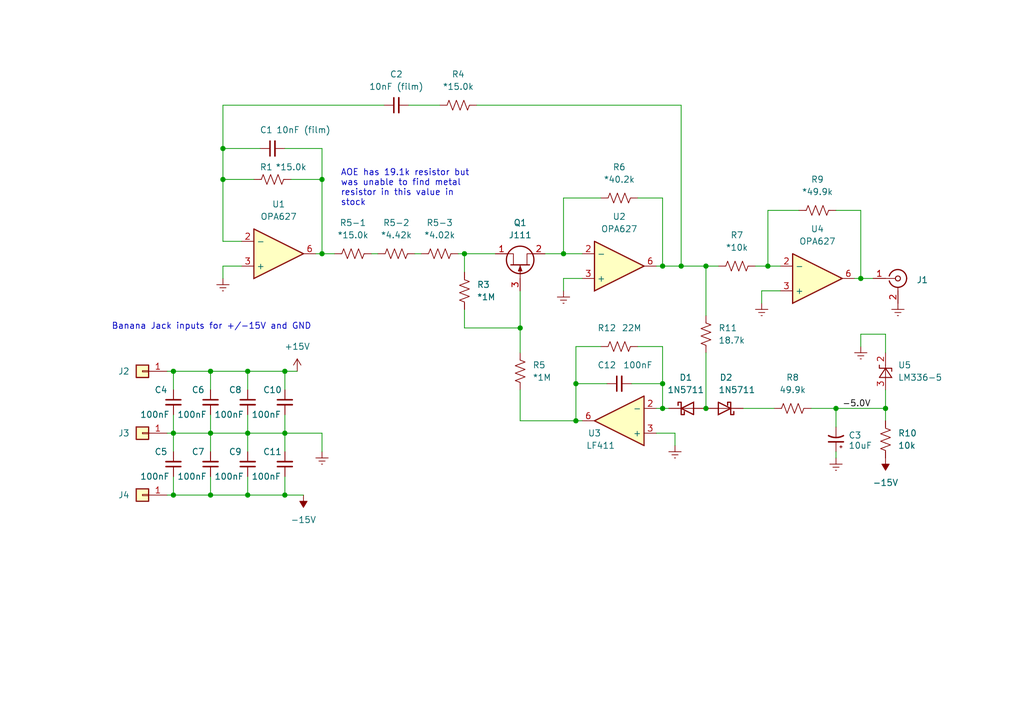
<source format=kicad_sch>
(kicad_sch (version 20211123) (generator eeschema)
  (paper "A5")
  (title_block (title "AOE Wien Bridge Oscillator") (date "2023-06-21") (company "Newell Jensen"))
  (lib_symbols
    (symbol "Connector:Conn_Coaxial" (pin_names (offset 1.016) hide)
      (property "Reference" "J" (at 0.254 3.048 0))
      (property "Value" "Conn_Coaxial" (at 2.921 0 90))
      (symbol "Conn_Coaxial_0_1"
        (arc (start -1.778 -0.508) (mid 0.2311 -1.8066) (end 1.778 0) (stroke (width 0.254)))
        (polyline (pts (xy -2.54 0) (xy -0.508 0)))
        (polyline (pts (xy 0 -2.54) (xy 0 -1.778)))
        (circle (center 0 0) (radius 0.508) (stroke (width 0.2032)))
        (arc (start 1.778 0) (mid 0.2099 1.8101) (end -1.778 0.508) (stroke (width 0.254)))
      )
      (symbol "Conn_Coaxial_1_1"
        (pin passive line (at -5.08 0 0) (length 2.54) (name "In") (number "1"))
        (pin passive line (at 0 -5.08 90) (length 2.54) (name "Ext") (number "2"))
      )
    )
    (symbol "Connector_Generic:Conn_01x01" (pin_names (offset 1.016) hide)
      (property "Reference" "J" (at 0 2.54 0))
      (property "Value" "Conn_01x01" (at 0 -2.54 0))
      (symbol "Conn_01x01_1_1"
        (rectangle (start -1.27 0.127) (end 0 -0.127) (stroke (width 0.1524)))
        (rectangle (start -1.27 1.27) (end 1.27 -1.27) (stroke (width 0.254)) (fill (type background)))
        (pin passive line (at -5.08 0 0) (length 3.81) (name "Pin_1") (number "1"))
      )
    )
    (symbol "Device:C_Polarized_Small_US" (pin_numbers hide) (pin_names (offset 0.254) hide)
      (property "Reference" "C" (at 0.254 1.778 0))
      (property "Value" "C_Polarized_Small_US" (at 0.254 -2.032 0))
      (symbol "C_Polarized_Small_US_0_1"
        (polyline (pts (xy -1.524 0.508) (xy 1.524 0.508)) (stroke (width 0.3048)))
        (polyline (pts (xy -1.27 1.524) (xy -0.762 1.524)))
        (polyline (pts (xy -1.016 1.27) (xy -1.016 1.778)))
        (arc (start 1.524 -0.762) (mid 0 -0.3734) (end -1.524 -0.762) (stroke (width 0.3048)))
      )
      (symbol "C_Polarized_Small_US_1_1"
        (pin passive line (at 0 2.54 270) (length 2.032) (name "~") (number "1"))
        (pin passive line (at 0 -2.54 90) (length 2.032) (name "~") (number "2"))
      )
    )
    (symbol "Device:C_Small" (pin_numbers hide) (pin_names (offset 0.254) hide)
      (property "Reference" "C" (at 0.254 1.778 0))
      (property "Value" "C_Small" (at 0.254 -2.032 0))
      (symbol "C_Small_0_1"
        (polyline (pts (xy -1.524 -0.508) (xy 1.524 -0.508)) (stroke (width 0.3302)))
        (polyline (pts (xy -1.524 0.508) (xy 1.524 0.508)) (stroke (width 0.3048)))
      )
      (symbol "C_Small_1_1"
        (pin passive line (at 0 2.54 270) (length 2.032) (name "~") (number "1"))
        (pin passive line (at 0 -2.54 90) (length 2.032) (name "~") (number "2"))
      )
    )
    (symbol "Device:D_Schottky" (pin_numbers hide) (pin_names (offset 1.016) hide)
      (property "Reference" "D" (at 0 2.54 0))
      (property "Value" "D_Schottky" (at 0 -2.54 0))
      (symbol "D_Schottky_0_1"
        (polyline (pts (xy 1.27 0) (xy -1.27 0)))
        (polyline (pts (xy 1.27 1.27) (xy 1.27 -1.27) (xy -1.27 0) (xy 1.27 1.27)) (stroke (width 0.254)))
        (polyline (pts (xy -1.905 0.635) (xy -1.905 1.27) (xy -1.27 1.27) (xy -1.27 -1.27) (xy -0.635 -1.27) (xy -0.635 -0.635)) (stroke (width 0.254)))
      )
      (symbol "D_Schottky_1_1"
        (pin passive line (at -3.81 0 0) (length 2.54) (name "K") (number "1"))
        (pin passive line (at 3.81 0 180) (length 2.54) (name "A") (number "2"))
      )
    )
    (symbol "Device:R_US" (pin_numbers hide) (pin_names (offset 0))
      (property "Reference" "R" (at 2.54 0 90))
      (property "Value" "R_US" (at -2.54 0 90))
      (symbol "R_US_0_1"
        (polyline (pts (xy 0 -2.286) (xy 0 -2.54)))
        (polyline (pts (xy 0 2.286) (xy 0 2.54)))
        (polyline (pts (xy 0 -0.762) (xy 1.016 -1.143) (xy 0 -1.524) (xy -1.016 -1.905) (xy 0 -2.286)))
        (polyline (pts (xy 0 0.762) (xy 1.016 0.381) (xy 0 0) (xy -1.016 -0.381) (xy 0 -0.762)))
        (polyline (pts (xy 0 2.286) (xy 1.016 1.905) (xy 0 1.524) (xy -1.016 1.143) (xy 0 0.762)))
      )
      (symbol "R_US_1_1"
        (pin passive line (at 0 3.81 270) (length 1.27) (name "~") (number "1"))
        (pin passive line (at 0 -3.81 90) (length 1.27) (name "~") (number "2"))
      )
    )
    (symbol "LF411_1"
      (property "Reference" "U" (at 2.54 6.35 0))
      (property "Value" "LF411_1" (at 3.81 3.81 0))
      (symbol "LF411_1_0_1"
        (polyline (pts (xy -5.08 5.08) (xy 5.08 0) (xy -5.08 -5.08) (xy -5.08 5.08)) (stroke (width 0.254)) (fill (type background)))
      )
      (symbol "LF411_1_1_1"
        (pin input line (at -7.62 -2.54 0) (length 2.54) (name "-") (number "2"))
        (pin input line (at -7.62 2.54 0) (length 2.54) (name "+") (number "3"))
        (pin output line (at 7.62 0 180) (length 2.54) (name "~") (number "6"))
      )
    )
    (symbol "Transistor_FET:MMBFJ111" (pin_names hide)
      (property "Reference" "Q" (at 5.08 1.905 0))
      (property "Value" "MMBFJ111" (at 5.08 0 0))
      (symbol "MMBFJ111_0_1"
        (polyline (pts (xy 0.254 0) (xy -2.54 0)))
        (polyline (pts (xy 0.254 1.905) (xy 0.254 -1.905)) (stroke (width 0.254)))
        (polyline (pts (xy 2.54 -2.54) (xy 2.54 -1.397) (xy 0.254 -1.397)))
        (polyline (pts (xy 2.54 2.54) (xy 2.54 1.397) (xy 0.254 1.397)))
        (polyline (pts (xy 0 0) (xy -1.016 0.381) (xy -1.016 -0.381) (xy 0 0)) (fill (type outline)))
        (circle (center 1.27 0) (radius 2.8194) (stroke (width 0.254)))
      )
      (symbol "MMBFJ111_1_1"
        (pin passive line (at 2.54 5.08 270) (length 2.54) (name "D") (number "1"))
        (pin passive line (at 2.54 -5.08 90) (length 2.54) (name "S") (number "2"))
        (pin input line (at -5.08 0 0) (length 2.54) (name "G") (number "3"))
      )
    )
    (symbol "aoe-wien-bridge-lib:LM336-5" (pin_names hide)
      (property "Reference" "U" (at 0 5.08 0))
      (property "Value" "LM336-5" (at 3.81 2.54 0))
      (symbol "LM336-5_0_1"
        (polyline (pts (xy -1.27 0) (xy 0 0) (xy 1.27 0)))
        (polyline (pts (xy -1.27 -1.27) (xy 0.635 0) (xy -1.27 1.27) (xy -1.27 -1.27)) (stroke (width 0.2032)))
        (polyline (pts (xy 0 -1.27) (xy 0.635 -1.27) (xy 0.635 1.27) (xy 1.27 1.27)) (stroke (width 0.2032)))
      )
      (symbol "LM336-5_1_1"
        (pin passive line (at 3.81 0 180) (length 2.54) (name "K") (number "2"))
        (pin passive line (at -3.81 0 0) (length 2.54) (name "A") (number "3"))
      )
    )
    (symbol "aoe-wien-bridge-lib:OPA627"
      (property "Reference" "U" (at 2.54 6.35 0))
      (property "Value" "OPA627" (at 5.08 3.81 0))
      (symbol "OPA627_1_1"
        (polyline (pts (xy -3.81 5.08) (xy 6.35 0) (xy -3.81 -5.08) (xy -3.81 5.08)) (stroke (width 0.254)) (fill (type background)))
        (pin input line (at -6.35 -2.54 0) (length 2.54) (name "-") (number "2"))
        (pin input line (at -6.35 2.54 0) (length 2.54) (name "+") (number "3"))
        (pin output line (at 8.89 0 180) (length 2.54) (name "~") (number "6"))
      )
    )
    (symbol "power:+15V" (power) (pin_names (offset 0))
      (property "Value" "+15V" (at 0 3.556 0))
      (symbol "+15V_0_1"
        (polyline (pts (xy -0.762 1.27) (xy 0 2.54)))
        (polyline (pts (xy 0 0) (xy 0 2.54)))
        (polyline (pts (xy 0 2.54) (xy 0.762 1.27)))
      )
      (symbol "+15V_1_1"
        (pin power_in line (at 0 0 90) (length 0) hide (name "+15V") (number "1"))
      )
    )
    (symbol "power:-15V" (power) (pin_names (offset 0))
      (property "Value" "-15V" (at 0 3.81 0))
      (symbol "-15V_0_0"
        (pin power_in line (at 0 0 90) (length 0) hide (name "-15V") (number "1"))
      )
      (symbol "-15V_0_1"
        (polyline (pts (xy 0 0) (xy 0 1.27) (xy 0.762 1.27) (xy 0 2.54) (xy -0.762 1.27) (xy 0 1.27)) (fill (type outline)))
      )
    )
    (symbol "power:GNDREF" (power) (pin_names (offset 0))
      (property "Value" "GNDREF" (at 0 -3.81 0))
      (symbol "GNDREF_0_1"
        (polyline (pts (xy -0.635 -1.905) (xy 0.635 -1.905)))
        (polyline (pts (xy -0.127 -2.54) (xy 0.127 -2.54)))
        (polyline (pts (xy 0 -1.27) (xy 0 0)))
        (polyline (pts (xy 1.27 -1.27) (xy -1.27 -1.27)))
      )
      (symbol "GNDREF_1_1"
        (pin power_in line (at 0 0 270) (length 0) hide (name "GNDREF") (number "1"))
      )
    )
  )
  (junction (at 176.53 57.15))
  (junction (at 43.18 76.2))
  (junction (at 135.89 54.61))
  (junction (at 157.48 54.61))
  (junction (at 45.72 36.83))
  (junction (at 58.42 101.6))
  (junction (at 50.8 101.6))
  (junction (at 144.78 83.82))
  (junction (at 135.89 78.74))
  (junction (at 106.68 67.31))
  (junction (at 43.18 88.9))
  (junction (at 181.61 83.82))
  (junction (at 66.04 36.83))
  (junction (at 118.11 86.36))
  (junction (at 50.8 76.2))
  (junction (at 50.8 88.9))
  (junction (at 58.42 88.9))
  (junction (at 45.72 30.48))
  (junction (at 35.56 76.2))
  (junction (at 144.78 54.61))
  (junction (at 35.56 88.9))
  (junction (at 139.7 54.61))
  (junction (at 115.57 52.07))
  (junction (at 171.45 83.82))
  (junction (at 135.89 83.82))
  (junction (at 118.11 78.74))
  (junction (at 95.25 52.07))
  (junction (at 66.04 52.07))
  (junction (at 35.56 101.6))
  (junction (at 58.42 76.2))
  (junction (at 43.18 101.6))
  (wire (pts (xy 50.8 88.9) (xy 50.8 92.71)))
  (wire (pts (xy 95.25 63.5) (xy 95.25 67.31)))
  (wire (pts (xy 156.21 59.69) (xy 160.02 59.69)))
  (wire (pts (xy 58.42 85.09) (xy 58.42 88.9)))
  (wire (pts (xy 43.18 76.2) (xy 43.18 80.01)))
  (wire (pts (xy 35.56 85.09) (xy 35.56 88.9)))
  (wire (pts (xy 144.78 54.61) (xy 147.32 54.61)))
  (wire (pts (xy 50.8 76.2) (xy 50.8 80.01)))
  (wire (pts (xy 115.57 40.64) (xy 115.57 52.07)))
  (wire (pts (xy 144.78 72.39) (xy 144.78 83.82)))
  (wire (pts (xy 95.25 52.07) (xy 95.25 55.88)))
  (wire (pts (xy 58.42 76.2) (xy 58.42 80.01)))
  (wire (pts (xy 171.45 43.18) (xy 176.53 43.18)))
  (wire (pts (xy 135.89 54.61) (xy 139.7 54.61)))
  (wire (pts (xy 34.29 101.6) (xy 35.56 101.6)))
  (wire (pts (xy 106.68 67.31) (xy 106.68 72.39)))
  (wire (pts (xy 35.56 88.9) (xy 34.29 88.9)))
  (wire (pts (xy 138.43 88.9) (xy 138.43 91.44)))
  (wire (pts (xy 43.18 88.9) (xy 43.18 92.71)))
  (wire (pts (xy 129.54 78.74) (xy 135.89 78.74)))
  (wire (pts (xy 123.19 40.64) (xy 115.57 40.64)))
  (wire (pts (xy 181.61 86.36) (xy 181.61 83.82)))
  (wire (pts (xy 139.7 21.59) (xy 139.7 54.61)))
  (wire (pts (xy 144.78 54.61) (xy 144.78 64.77)))
  (wire (pts (xy 93.98 52.07) (xy 95.25 52.07)))
  (wire (pts (xy 45.72 57.15) (xy 45.72 54.61)))
  (wire (pts (xy 66.04 36.83) (xy 66.04 52.07)))
  (wire (pts (xy 35.56 88.9) (xy 43.18 88.9)))
  (wire (pts (xy 171.45 92.71) (xy 171.45 93.98)))
  (wire (pts (xy 62.23 101.6) (xy 58.42 101.6)))
  (wire (pts (xy 176.53 57.15) (xy 179.07 57.15)))
  (wire (pts (xy 135.89 83.82) (xy 137.16 83.82)))
  (wire (pts (xy 123.19 71.12) (xy 118.11 71.12)))
  (wire (pts (xy 66.04 88.9) (xy 58.42 88.9)))
  (wire (pts (xy 66.04 92.71) (xy 66.04 88.9)))
  (wire (pts (xy 35.56 88.9) (xy 35.56 92.71)))
  (wire (pts (xy 134.62 88.9) (xy 138.43 88.9)))
  (wire (pts (xy 106.68 59.69) (xy 106.68 67.31)))
  (wire (pts (xy 95.25 52.07) (xy 101.6 52.07)))
  (wire (pts (xy 111.76 52.07) (xy 115.57 52.07)))
  (wire (pts (xy 60.96 76.2) (xy 58.42 76.2)))
  (wire (pts (xy 181.61 83.82) (xy 171.45 83.82)))
  (wire (pts (xy 50.8 76.2) (xy 58.42 76.2)))
  (wire (pts (xy 66.04 30.48) (xy 66.04 36.83)))
  (wire (pts (xy 106.68 86.36) (xy 118.11 86.36)))
  (wire (pts (xy 157.48 43.18) (xy 157.48 54.61)))
  (wire (pts (xy 35.56 76.2) (xy 35.56 80.01)))
  (wire (pts (xy 45.72 49.53) (xy 45.72 36.83)))
  (wire (pts (xy 135.89 71.12) (xy 135.89 78.74)))
  (wire (pts (xy 135.89 40.64) (xy 135.89 54.61)))
  (wire (pts (xy 166.37 83.82) (xy 171.45 83.82)))
  (wire (pts (xy 118.11 71.12) (xy 118.11 78.74)))
  (wire (pts (xy 43.18 101.6) (xy 50.8 101.6)))
  (wire (pts (xy 58.42 88.9) (xy 58.42 92.71)))
  (wire (pts (xy 171.45 83.82) (xy 171.45 87.63)))
  (wire (pts (xy 53.34 30.48) (xy 45.72 30.48)))
  (wire (pts (xy 176.53 71.12) (xy 176.53 68.58)))
  (wire (pts (xy 134.62 83.82) (xy 135.89 83.82)))
  (wire (pts (xy 76.2 52.07) (xy 77.47 52.07)))
  (wire (pts (xy 35.56 101.6) (xy 35.56 97.79)))
  (wire (pts (xy 181.61 80.01) (xy 181.61 83.82)))
  (wire (pts (xy 115.57 52.07) (xy 119.38 52.07)))
  (wire (pts (xy 181.61 68.58) (xy 181.61 72.39)))
  (wire (pts (xy 154.94 54.61) (xy 157.48 54.61)))
  (wire (pts (xy 157.48 54.61) (xy 160.02 54.61)))
  (wire (pts (xy 43.18 101.6) (xy 43.18 97.79)))
  (wire (pts (xy 152.4 83.82) (xy 158.75 83.82)))
  (wire (pts (xy 35.56 76.2) (xy 34.29 76.2)))
  (wire (pts (xy 115.57 57.15) (xy 119.38 57.15)))
  (wire (pts (xy 43.18 88.9) (xy 50.8 88.9)))
  (wire (pts (xy 50.8 101.6) (xy 50.8 97.79)))
  (wire (pts (xy 163.83 43.18) (xy 157.48 43.18)))
  (wire (pts (xy 176.53 68.58) (xy 181.61 68.58)))
  (wire (pts (xy 130.81 71.12) (xy 135.89 71.12)))
  (wire (pts (xy 35.56 76.2) (xy 43.18 76.2)))
  (wire (pts (xy 49.53 49.53) (xy 45.72 49.53)))
  (wire (pts (xy 50.8 88.9) (xy 58.42 88.9)))
  (wire (pts (xy 58.42 101.6) (xy 58.42 97.79)))
  (wire (pts (xy 64.77 52.07) (xy 66.04 52.07)))
  (wire (pts (xy 85.09 52.07) (xy 86.36 52.07)))
  (wire (pts (xy 43.18 85.09) (xy 43.18 88.9)))
  (wire (pts (xy 135.89 54.61) (xy 134.62 54.61)))
  (wire (pts (xy 118.11 78.74) (xy 118.11 86.36)))
  (wire (pts (xy 156.21 62.23) (xy 156.21 59.69)))
  (wire (pts (xy 35.56 101.6) (xy 43.18 101.6)))
  (wire (pts (xy 50.8 101.6) (xy 58.42 101.6)))
  (wire (pts (xy 50.8 85.09) (xy 50.8 88.9)))
  (wire (pts (xy 78.74 21.59) (xy 45.72 21.59)))
  (wire (pts (xy 95.25 67.31) (xy 106.68 67.31)))
  (wire (pts (xy 118.11 86.36) (xy 119.38 86.36)))
  (wire (pts (xy 45.72 54.61) (xy 49.53 54.61)))
  (wire (pts (xy 45.72 30.48) (xy 45.72 36.83)))
  (wire (pts (xy 45.72 21.59) (xy 45.72 30.48)))
  (wire (pts (xy 58.42 30.48) (xy 66.04 30.48)))
  (wire (pts (xy 43.18 76.2) (xy 50.8 76.2)))
  (wire (pts (xy 139.7 54.61) (xy 144.78 54.61)))
  (wire (pts (xy 130.81 40.64) (xy 135.89 40.64)))
  (wire (pts (xy 176.53 57.15) (xy 176.53 43.18)))
  (wire (pts (xy 106.68 80.01) (xy 106.68 86.36)))
  (wire (pts (xy 66.04 52.07) (xy 68.58 52.07)))
  (wire (pts (xy 115.57 59.69) (xy 115.57 57.15)))
  (wire (pts (xy 45.72 36.83) (xy 52.07 36.83)))
  (wire (pts (xy 59.69 36.83) (xy 66.04 36.83)))
  (wire (pts (xy 97.79 21.59) (xy 139.7 21.59)))
  (wire (pts (xy 124.46 78.74) (xy 118.11 78.74)))
  (wire (pts (xy 175.26 57.15) (xy 176.53 57.15)))
  (wire (pts (xy 135.89 78.74) (xy 135.89 83.82)))
  (wire (pts (xy 83.82 21.59) (xy 90.17 21.59)))
  (text "AOE has 19.1k resistor but\nwas unable to find metal\nresistor in this value in\nstock\n\n" (at 69.85 44.45 0) (effects (font (size 1.27 1.27)) (justify left bottom)))
  (text "Banana Jack inputs for +/-15V and GND\n\n" (at 22.86 69.85 0) (effects (font (size 1.27 1.27)) (justify left bottom)))
  (label "-5.0V" (at 172.72 83.82 0))
  (symbol (lib_id "Device:R_US") (at 127 71.12 90) (unit 1)
    (property "Reference" "R12" (at 124.46 67.31 90))
    (property "Value" "22M" (at 129.54 67.31 90))
    (property "Footprint" "Resistor_SMD:R_0805_2012Metric" (effects hide))
  )
  (symbol (lib_id "power:GNDREF") (at 156.21 62.23 0) (unit 1)
    (property "Reference" "#PWR04" (effects hide))
    (property "Value" "GNDREF" (effects hide))
  )
  (symbol (lib_id "Device:R_US") (at 127 40.64 90) (unit 1)
    (property "Reference" "R6" (at 127 34.29 90))
    (property "Value" "*40.2k" (at 127 36.83 90))
    (property "Footprint" "Resistor_SMD:R_0805_2012Metric" (effects hide))
  )
  (symbol (lib_id "aoe-wien-bridge-lib:LM336-5") (at 181.61 76.2 90) (unit 1)
    (property "Reference" "U5" (at 184.15 74.9299 90) (effects (justify right)))
    (property "Value" "LM336-5" (at 184.15 77.4699 90) (effects (justify right)))
    (property "Footprint" "Package_TO_SOT_THT:TO-92L_Inline" (effects hide))
    (property "Datasheet" "https://www.ti.com/lit/ds/symlink/lm136-5.0.pdf" (effects hide))
  )
  (symbol (lib_id "Device:R_US") (at 90.17 52.07 90) (unit 1)
    (property "Reference" "R5-3" (at 90.17 45.72 90))
    (property "Value" "*4.02k" (at 90.17 48.26 90))
    (property "Footprint" "Resistor_SMD:R_0805_2012Metric" (effects hide))
  )
  (symbol (lib_id "aoe-wien-bridge-lib:OPA627") (at 55.88 52.07 0) (mirror x) (unit 1)
    (property "Reference" "U1" (at 57.15 41.91 0))
    (property "Value" "OPA627" (at 57.15 44.45 0))
    (property "Footprint" "Package_SO:SOIC-8_3.9x4.9mm_P1.27mm" (effects hide))
    (property "Datasheet" "https://www.ti.com/lit/ds/symlink/opa627.pdf" (effects hide))
  )
  (symbol (lib_id "power:GNDREF") (at 184.15 62.23 0) (unit 1)
    (property "Reference" "#PWR08" (effects hide))
    (property "Value" "GNDREF" (effects hide))
  )
  (symbol (lib_id "Connector_Generic:Conn_01x01") (at 29.21 76.2 0) (mirror y) (unit 1)
    (property "Reference" "J2" (at 25.4 76.2 0))
    (property "Value" "Conn_01x01" (effects hide))
    (property "Footprint" "Connector_Wire:SolderWire-0.25sqmm_1x01_D0.65mm_OD2mm" (effects hide))
  )
  (symbol (lib_id "Device:C_Small") (at 50.8 95.25 0) (mirror x) (unit 1)
    (property "Reference" "C9" (at 48.26 92.71 0))
    (property "Value" "100nF" (at 46.99 97.79 0))
    (property "Footprint" "Capacitor_SMD:C_0805_2012Metric" (effects hide))
  )
  (symbol (lib_id "Device:C_Small") (at 58.42 82.55 0) (mirror y) (unit 1)
    (property "Reference" "C10" (at 55.88 80.01 0))
    (property "Value" "100nF" (at 54.61 85.09 0))
    (property "Footprint" "Capacitor_SMD:C_0805_2012Metric" (effects hide))
  )
  (symbol (lib_id "power:-15V") (at 62.23 101.6 180) (unit 1)
    (property "Reference" "#PWR011" (effects hide))
    (property "Value" "-15V" (at 62.23 106.68 0))
  )
  (symbol (lib_id "Device:C_Small") (at 35.56 95.25 0) (mirror x) (unit 1)
    (property "Reference" "C5" (at 33.02 92.71 0))
    (property "Value" "100nF" (at 31.75 97.79 0))
    (property "Footprint" "Capacitor_SMD:C_0805_2012Metric" (effects hide))
  )
  (symbol (lib_id "Device:D_Schottky") (at 140.97 83.82 0) (unit 1)
    (property "Reference" "D1" (at 140.6525 77.47 0))
    (property "Value" "1N5711" (at 140.6525 80.01 0))
    (property "Footprint" "Diode_THT:D_DO-35_SOD27_P10.16mm_Horizontal" (effects hide))
  )
  (symbol (lib_name "LF411_1") (lib_id "aoe-wien-bridge-lib:LF411") (at 127 86.36 180) (unit 1)
    (property "Reference" "U3" (at 121.92 88.9 0))
    (property "Value" "LF411" (at 123.19 91.44 0))
    (property "Footprint" "Package_DIP:DIP-8_W10.16mm_LongPads" (effects hide))
    (property "Datasheet" "https://www.ti.com/lit/ds/symlink/lf411.pdf" (effects hide))
  )
  (symbol (lib_id "Device:R_US") (at 93.98 21.59 90) (unit 1)
    (property "Reference" "R4" (at 93.98 15.24 90))
    (property "Value" "*15.0k" (at 93.98 17.78 90))
    (property "Footprint" "Resistor_SMD:R_0805_2012Metric" (effects hide))
  )
  (symbol (lib_id "power:-15V") (at 181.61 93.98 180) (unit 1)
    (property "Reference" "#PWR07" (effects hide))
    (property "Value" "-15V" (at 181.61 99.06 0))
  )
  (symbol (lib_id "aoe-wien-bridge-lib:OPA627") (at 166.37 57.15 0) (mirror x) (unit 1)
    (property "Reference" "U4" (at 167.64 46.99 0))
    (property "Value" "OPA627" (at 167.64 49.53 0))
    (property "Footprint" "Package_SO:SOIC-8_3.9x4.9mm_P1.27mm" (effects hide))
    (property "Datasheet" "https://www.ti.com/lit/ds/symlink/opa627.pdf" (effects hide))
  )
  (symbol (lib_id "Device:C_Small") (at 50.8 82.55 0) (mirror y) (unit 1)
    (property "Reference" "C8" (at 48.26 80.01 0))
    (property "Value" "100nF" (at 46.99 85.09 0))
    (property "Footprint" "Capacitor_SMD:C_0805_2012Metric" (effects hide))
  )
  (symbol (lib_id "Device:R_US") (at 151.13 54.61 90) (unit 1)
    (property "Reference" "R7" (at 151.13 48.26 90))
    (property "Value" "*10k" (at 151.13 50.8 90))
    (property "Footprint" "Resistor_SMD:R_0805_2012Metric" (effects hide))
  )
  (symbol (lib_id "power:GNDREF") (at 66.04 92.71 0) (unit 1)
    (property "Reference" "#PWR010" (effects hide))
    (property "Value" "GNDREF" (effects hide))
  )
  (symbol (lib_id "Transistor_FET:MMBFJ111") (at 106.68 54.61 90) (unit 1)
    (property "Reference" "Q1" (at 106.68 45.72 90))
    (property "Value" "J111" (at 106.68 48.26 90))
    (property "Footprint" "Package_TO_SOT_THT:TO-92L_Inline" (effects hide))
    (property "Datasheet" "https://www.onsemi.com/pub/Collateral/MMBFJ113-D.PDF" (effects hide))
  )
  (symbol (lib_id "Device:C_Polarized_Small_US") (at 171.45 90.17 180) (unit 1)
    (property "Reference" "C3" (at 173.99 89.3317 0) (effects (justify right)))
    (property "Value" "10uF" (at 173.99 91.44 0) (effects (justify right)))
    (property "Footprint" "Capacitor_THT:CP_Radial_D5.0mm_P2.50mm" (effects hide))
  )
  (symbol (lib_id "Device:R_US") (at 167.64 43.18 90) (unit 1)
    (property "Reference" "R9" (at 167.64 36.83 90))
    (property "Value" "*49.9k" (at 167.64 39.37 90))
    (property "Footprint" "Resistor_SMD:R_0805_2012Metric" (effects hide))
  )
  (symbol (lib_id "power:GNDREF") (at 176.53 71.12 0) (unit 1)
    (property "Reference" "#PWR06" (effects hide))
    (property "Value" "GNDREF" (effects hide))
  )
  (symbol (lib_id "aoe-wien-bridge-lib:OPA627") (at 125.73 54.61 0) (mirror x) (unit 1)
    (property "Reference" "U2" (at 127 44.45 0))
    (property "Value" "OPA627" (at 127 46.99 0))
    (property "Footprint" "Package_SO:SOIC-8_3.9x4.9mm_P1.27mm" (effects hide))
    (property "Datasheet" "https://www.ti.com/lit/ds/symlink/opa627.pdf" (effects hide))
  )
  (symbol (lib_id "Device:C_Small") (at 43.18 82.55 0) (mirror y) (unit 1)
    (property "Reference" "C6" (at 40.64 80.01 0))
    (property "Value" "100nF" (at 39.37 85.09 0))
    (property "Footprint" "Capacitor_SMD:C_0805_2012Metric" (effects hide))
  )
  (symbol (lib_id "Device:C_Small") (at 55.88 30.48 90) (unit 1)
    (property "Reference" "C1" (at 54.61 26.67 90))
    (property "Value" "10nF (film)" (at 62.23 26.67 90))
    (property "Footprint" "Capacitor_SMD:C_0805_2012Metric" (effects hide))
  )
  (symbol (lib_id "Device:R_US") (at 81.28 52.07 90) (unit 1)
    (property "Reference" "R5-2" (at 81.28 45.72 90))
    (property "Value" "*4.42k" (at 81.28 48.26 90))
    (property "Footprint" "Resistor_SMD:R_0805_2012Metric" (effects hide))
  )
  (symbol (lib_id "Connector_Generic:Conn_01x01") (at 29.21 101.6 0) (mirror y) (unit 1)
    (property "Reference" "J4" (at 25.4 101.6 0))
    (property "Value" "Conn_01x01" (effects hide))
    (property "Footprint" "Connector_Wire:SolderWire-0.25sqmm_1x01_D0.65mm_OD2mm" (effects hide))
  )
  (symbol (lib_id "Device:R_US") (at 55.88 36.83 90) (unit 1)
    (property "Reference" "R1" (at 54.61 34.29 90))
    (property "Value" "*15.0k" (at 59.69 34.29 90))
    (property "Footprint" "Resistor_SMD:R_0805_2012Metric" (effects hide))
  )
  (symbol (lib_id "power:GNDREF") (at 45.72 57.15 0) (unit 1)
    (property "Reference" "#PWR01" (effects hide))
    (property "Value" "GNDREF" (effects hide))
  )
  (symbol (lib_id "Device:C_Small") (at 58.42 95.25 0) (mirror x) (unit 1)
    (property "Reference" "C11" (at 55.88 92.71 0))
    (property "Value" "100nF" (at 54.61 97.79 0))
    (property "Footprint" "Capacitor_SMD:C_0805_2012Metric" (effects hide))
  )
  (symbol (lib_id "Device:R_US") (at 95.25 59.69 0) (unit 1)
    (property "Reference" "R3" (at 97.79 58.4199 0) (effects (justify left)))
    (property "Value" "*1M" (at 97.79 60.9599 0) (effects (justify left)))
    (property "Footprint" "Resistor_SMD:R_0805_2012Metric" (effects hide))
  )
  (symbol (lib_id "Device:R_US") (at 181.61 90.17 0) (unit 1)
    (property "Reference" "R10" (at 184.15 88.8999 0) (effects (justify left)))
    (property "Value" "10k" (at 184.15 91.4399 0) (effects (justify left)))
    (property "Footprint" "Resistor_SMD:R_0805_2012Metric" (effects hide))
  )
  (symbol (lib_id "Device:R_US") (at 106.68 76.2 0) (unit 1)
    (property "Reference" "R5" (at 109.22 74.9299 0) (effects (justify left)))
    (property "Value" "*1M" (at 109.22 77.4699 0) (effects (justify left)))
    (property "Footprint" "Resistor_SMD:R_0805_2012Metric" (effects hide))
  )
  (symbol (lib_id "power:GNDREF") (at 171.45 93.98 0) (unit 1)
    (property "Reference" "#PWR05" (effects hide))
    (property "Value" "GNDREF" (effects hide))
  )
  (symbol (lib_id "power:GNDREF") (at 138.43 91.44 0) (unit 1)
    (property "Reference" "#PWR03" (effects hide))
    (property "Value" "GNDREF" (effects hide))
  )
  (symbol (lib_id "Connector_Generic:Conn_01x01") (at 29.21 88.9 0) (mirror y) (unit 1)
    (property "Reference" "J3" (at 25.4 88.9 0))
    (property "Value" "Conn_01x01" (effects hide))
    (property "Footprint" "Connector_Wire:SolderWire-0.25sqmm_1x01_D0.65mm_OD2mm" (effects hide))
  )
  (symbol (lib_id "Device:C_Small") (at 81.28 21.59 90) (unit 1)
    (property "Reference" "C2" (at 81.2863 15.24 90))
    (property "Value" "10nF (film)" (at 81.2863 17.78 90))
    (property "Footprint" "Capacitor_SMD:C_0805_2012Metric" (effects hide))
  )
  (symbol (lib_id "power:+15V") (at 60.96 76.2 0) (unit 1)
    (property "Reference" "#PWR09" (effects hide))
    (property "Value" "+15V" (at 60.96 71.12 0))
  )
  (symbol (lib_id "Device:C_Small") (at 35.56 82.55 0) (mirror y) (unit 1)
    (property "Reference" "C4" (at 33.02 80.01 0))
    (property "Value" "100nF" (at 31.75 85.09 0))
    (property "Footprint" "Capacitor_SMD:C_0805_2012Metric" (effects hide))
  )
  (symbol (lib_id "Device:C_Small") (at 43.18 95.25 0) (mirror x) (unit 1)
    (property "Reference" "C7" (at 40.64 92.71 0))
    (property "Value" "100nF" (at 39.37 97.79 0))
    (property "Footprint" "Capacitor_SMD:C_0805_2012Metric" (effects hide))
  )
  (symbol (lib_id "Device:C_Small") (at 127 78.74 90) (unit 1)
    (property "Reference" "C12" (at 124.46 74.93 90))
    (property "Value" "100nF" (at 130.81 74.93 90))
    (property "Footprint" "Capacitor_SMD:C_0805_2012Metric" (effects hide))
  )
  (symbol (lib_id "Device:D_Schottky") (at 148.59 83.82 180) (unit 1)
    (property "Reference" "D2" (at 148.9075 77.47 0))
    (property "Value" "1N5711" (at 151.13 80.01 0))
    (property "Footprint" "Diode_THT:D_DO-35_SOD27_P10.16mm_Horizontal" (effects hide))
  )
  (symbol (lib_id "Device:R_US") (at 144.78 68.58 180) (unit 1)
    (property "Reference" "R11" (at 147.32 67.3099 0) (effects (justify right)))
    (property "Value" "18.7k" (at 147.32 69.8499 0) (effects (justify right)))
    (property "Footprint" "Resistor_SMD:R_0805_2012Metric" (effects hide))
  )
  (symbol (lib_id "Device:R_US") (at 72.39 52.07 90) (unit 1)
    (property "Reference" "R5-1" (at 72.39 45.72 90))
    (property "Value" "*15.0k" (at 72.39 48.26 90))
    (property "Footprint" "Resistor_SMD:R_0805_2012Metric" (effects hide))
  )
  (symbol (lib_id "power:GNDREF") (at 115.57 59.69 0) (unit 1)
    (property "Reference" "#PWR02" (effects hide))
    (property "Value" "GNDREF" (effects hide))
  )
  (symbol (lib_id "Connector:Conn_Coaxial") (at 184.15 57.15 0) (unit 1)
    (property "Reference" "J1" (at 187.96 57.4431 0) (effects (justify left)))
    (property "Value" "Conn_Coaxial" (effects hide))
    (property "Footprint" "Connector_Wire:SolderWire-0.25sqmm_1x02_P4.5mm_D0.65mm_OD2mm" (effects hide))
    (property "Datasheet" " ~" (effects hide))
  )
  (symbol (lib_id "Device:R_US") (at 162.56 83.82 90) (unit 1)
    (property "Reference" "R8" (at 162.56 77.47 90))
    (property "Value" "49.9k" (at 162.56 80.01 90))
    (property "Footprint" "Resistor_SMD:R_0805_2012Metric" (effects hide))
  )
)
</source>
